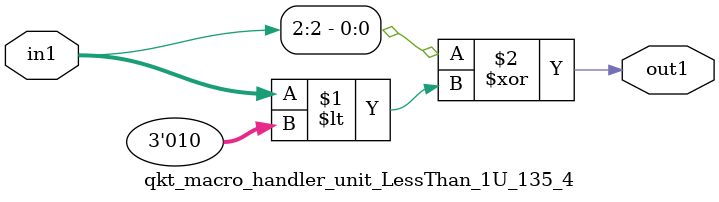
<source format=v>

`timescale 1ps / 1ps


module qkt_macro_handler_unit_LessThan_1U_135_4( in1, out1 );

    input [2:0] in1;
    output out1;

    
    // rtl_process:qkt_macro_handler_unit_LessThan_1U_135_4/qkt_macro_handler_unit_LessThan_1U_135_4_thread_1
    assign out1 = (in1[2] ^ in1 < 3'd2);

endmodule


</source>
